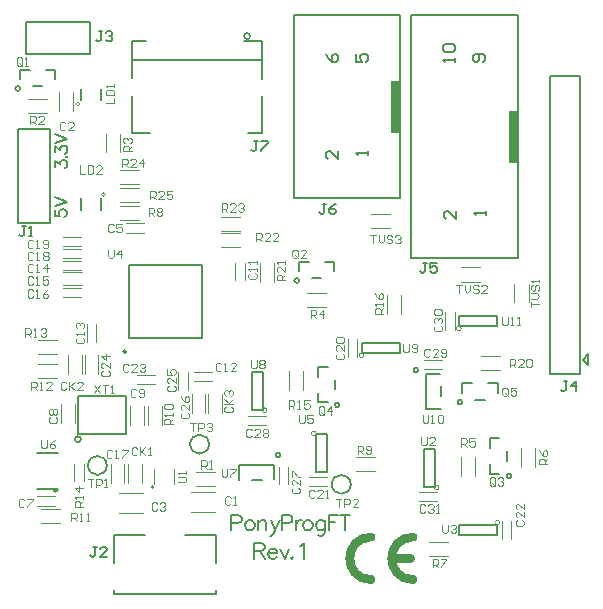
<source format=gto>
G04*
G04 #@! TF.GenerationSoftware,Altium Limited,Altium Designer,24.1.2 (44)*
G04*
G04 Layer_Color=65535*
%FSLAX44Y44*%
%MOMM*%
G71*
G04*
G04 #@! TF.SameCoordinates,635B94A0-59F8-49C6-AB40-AA6DFF865303*
G04*
G04*
G04 #@! TF.FilePolarity,Positive*
G04*
G01*
G75*
%ADD10C,0.1500*%
%ADD11C,0.1000*%
%ADD12C,0.2000*%
%ADD13C,0.7620*%
%ADD14C,0.1524*%
%ADD15R,0.8000X4.5000*%
D10*
X289500Y94000D02*
G03*
X289500Y94000I-8000J0D01*
G01*
X169500Y128000D02*
G03*
X169500Y128000I-8000J0D01*
G01*
X83000Y110000D02*
G03*
X83000Y110000I-8000J0D01*
G01*
X425430Y101120D02*
G03*
X425430Y101120I-2000J0D01*
G01*
X279880Y161420D02*
G03*
X279880Y161420I-2000J0D01*
G01*
X229870Y118980D02*
G03*
X229870Y118980I-2000J0D01*
G01*
X383780Y163610D02*
G03*
X383780Y163610I-2000J0D01*
G01*
X346570Y190720D02*
G03*
X346570Y190720I-2000J0D01*
G01*
X9450Y429150D02*
G03*
X9450Y429150I-2000J0D01*
G01*
X245670Y266590D02*
G03*
X245670Y266590I-2000J0D01*
G01*
X37610Y89830D02*
G03*
X41610Y89830I2000J0D01*
G01*
X99520Y206330D02*
G03*
X99520Y206330I-1500J0D01*
G01*
X60960Y132200D02*
G03*
X60960Y132200I-2500J0D01*
G01*
X407430Y103120D02*
X415430D01*
X407430D02*
Y111370D01*
Y133120D02*
X415430D01*
X407430Y124870D02*
Y133120D01*
X421430Y114120D02*
Y122120D01*
X458550Y187100D02*
X483554D01*
X483700Y187246D01*
Y262646D01*
X458550Y187100D02*
Y439950D01*
X483700D01*
Y262646D02*
Y439950D01*
X486000Y199500D02*
X490500Y195000D01*
Y204000D01*
X486000Y199500D02*
X490500Y204000D01*
X261880Y163420D02*
X269880D01*
X261880D02*
Y171670D01*
Y193420D02*
X269880D01*
X261880Y185170D02*
Y193420D01*
X275880Y174420D02*
Y182420D01*
X89000Y1500D02*
Y4500D01*
X175700Y1500D02*
Y4400D01*
X175400Y27500D02*
Y51100D01*
X88700Y27500D02*
Y51300D01*
X149000Y51100D02*
X175400D01*
X88700Y51300D02*
X115100D01*
X89000Y1500D02*
X175700D01*
X383780Y171610D02*
Y179610D01*
X392030D01*
X413780Y171610D02*
Y179610D01*
X405530D02*
X413780D01*
X394780Y165610D02*
X402780D01*
X381510Y236910D02*
X413510D01*
X381510Y227910D02*
X413510D01*
Y236910D01*
X381510Y227910D02*
Y236910D01*
X298960Y214050D02*
X330960D01*
X298960Y205050D02*
X330960D01*
Y214050D01*
X298960Y205050D02*
Y214050D01*
X205960Y157340D02*
Y189340D01*
X214960Y157340D02*
Y189340D01*
X205960D02*
X214960D01*
X205960Y157340D02*
X214960D01*
X381050Y50740D02*
X413050D01*
X381050Y59740D02*
X413050D01*
X381050Y50740D02*
Y59740D01*
X413050Y50740D02*
Y59740D01*
X351510Y91960D02*
Y123960D01*
X360510Y91960D02*
Y123960D01*
X351510D02*
X360510D01*
X351510Y91960D02*
X360510D01*
X9450Y437150D02*
Y445150D01*
X17700D01*
X39450Y437150D02*
Y445150D01*
X31200D02*
X39450D01*
X20450Y431150D02*
X28450D01*
X245670Y274590D02*
Y282590D01*
X253920D01*
X275670Y274590D02*
Y282590D01*
X267420D02*
X275670D01*
X256670Y268590D02*
X264670D01*
X163520Y217580D02*
Y279580D01*
X101520Y217580D02*
Y279580D01*
X163520D01*
X101520Y217580D02*
X163520D01*
X58960Y168500D02*
X99060D01*
Y136500D02*
Y168500D01*
X58960Y136500D02*
X99060D01*
X58960D02*
Y168500D01*
X268980Y104650D02*
Y136650D01*
X259980Y104650D02*
Y136650D01*
Y104650D02*
X268980D01*
X259980Y136650D02*
X268980D01*
X104250Y453125D02*
X214000D01*
X61000Y419000D02*
Y429000D01*
X78000Y419000D02*
Y429000D01*
Y326500D02*
Y336500D01*
X61000Y326500D02*
Y336500D01*
X208000Y43997D02*
Y31000D01*
Y43997D02*
X213570D01*
X215427Y43378D01*
X216046Y42759D01*
X216665Y41522D01*
Y40284D01*
X216046Y39046D01*
X215427Y38427D01*
X213570Y37808D01*
X208000D01*
X212332D02*
X216665Y31000D01*
X219574Y35951D02*
X227001D01*
Y37189D01*
X226382Y38427D01*
X225763Y39046D01*
X224525Y39665D01*
X222668D01*
X221430Y39046D01*
X220193Y37808D01*
X219574Y35951D01*
Y34713D01*
X220193Y32857D01*
X221430Y31619D01*
X222668Y31000D01*
X224525D01*
X225763Y31619D01*
X227001Y32857D01*
X229786Y39665D02*
X233499Y31000D01*
X237213Y39665D02*
X233499Y31000D01*
X239936Y32238D02*
X239317Y31619D01*
X239936Y31000D01*
X240555Y31619D01*
X239936Y32238D01*
X246500Y41522D02*
X247738Y42140D01*
X249595Y43997D01*
Y31000D01*
X188500Y61189D02*
X194070D01*
X195927Y61808D01*
X196546Y62427D01*
X197165Y63665D01*
Y65521D01*
X196546Y66759D01*
X195927Y67378D01*
X194070Y67997D01*
X188500D01*
Y55000D01*
X203168Y63665D02*
X201931Y63046D01*
X200693Y61808D01*
X200074Y59951D01*
Y58713D01*
X200693Y56857D01*
X201931Y55619D01*
X203168Y55000D01*
X205025D01*
X206263Y55619D01*
X207501Y56857D01*
X208120Y58713D01*
Y59951D01*
X207501Y61808D01*
X206263Y63046D01*
X205025Y63665D01*
X203168D01*
X210967D02*
Y55000D01*
Y61189D02*
X212823Y63046D01*
X214061Y63665D01*
X215918D01*
X217156Y63046D01*
X217775Y61189D01*
Y55000D01*
X221798Y63665D02*
X225511Y55000D01*
X229225Y63665D02*
X225511Y55000D01*
X224273Y52524D01*
X223035Y51287D01*
X221798Y50668D01*
X221179D01*
X231391Y61189D02*
X236961D01*
X238818Y61808D01*
X239437Y62427D01*
X240056Y63665D01*
Y65521D01*
X239437Y66759D01*
X238818Y67378D01*
X236961Y67997D01*
X231391D01*
Y55000D01*
X242964Y63665D02*
Y55000D01*
Y59951D02*
X243583Y61808D01*
X244821Y63046D01*
X246059Y63665D01*
X247916D01*
X252186D02*
X250949Y63046D01*
X249711Y61808D01*
X249092Y59951D01*
Y58713D01*
X249711Y56857D01*
X250949Y55619D01*
X252186Y55000D01*
X254043D01*
X255281Y55619D01*
X256519Y56857D01*
X257138Y58713D01*
Y59951D01*
X256519Y61808D01*
X255281Y63046D01*
X254043Y63665D01*
X252186D01*
X267412D02*
Y53762D01*
X266793Y51905D01*
X266174Y51287D01*
X264936Y50668D01*
X263079D01*
X261841Y51287D01*
X267412Y61808D02*
X266174Y63046D01*
X264936Y63665D01*
X263079D01*
X261841Y63046D01*
X260604Y61808D01*
X259985Y59951D01*
Y58713D01*
X260604Y56857D01*
X261841Y55619D01*
X263079Y55000D01*
X264936D01*
X266174Y55619D01*
X267412Y56857D01*
X270878Y67997D02*
Y55000D01*
Y67997D02*
X278923D01*
X270878Y61808D02*
X275829D01*
X284741Y67997D02*
Y55000D01*
X280409Y67997D02*
X289074D01*
X39002Y326213D02*
Y321452D01*
X43287Y320976D01*
X42811Y321452D01*
X42335Y322880D01*
Y324309D01*
X42811Y325737D01*
X43763Y326689D01*
X45191Y327165D01*
X46143D01*
X47572Y326689D01*
X48524Y325737D01*
X49000Y324309D01*
Y322880D01*
X48524Y321452D01*
X48048Y320976D01*
X47096Y320500D01*
X39002Y329403D02*
X49000Y333212D01*
X39002Y337020D02*
X49000Y333212D01*
X39502Y362952D02*
Y368189D01*
X43311Y365333D01*
Y366761D01*
X43787Y367713D01*
X44263Y368189D01*
X45691Y368665D01*
X46644D01*
X48072Y368189D01*
X49024Y367237D01*
X49500Y365809D01*
Y364380D01*
X49024Y362952D01*
X48548Y362476D01*
X47596Y362000D01*
X48548Y371379D02*
X49024Y370903D01*
X49500Y371379D01*
X49024Y371855D01*
X48548Y371379D01*
X39502Y374997D02*
Y380234D01*
X43311Y377378D01*
Y378806D01*
X43787Y379758D01*
X44263Y380234D01*
X45691Y380710D01*
X46644D01*
X48072Y380234D01*
X49024Y379282D01*
X49500Y377854D01*
Y376426D01*
X49024Y374997D01*
X48548Y374521D01*
X47596Y374045D01*
X39502Y382948D02*
X49500Y386757D01*
X39502Y390565D02*
X49500Y386757D01*
X268485Y331697D02*
X265653D01*
X267069D01*
Y324616D01*
X265653Y323200D01*
X264236D01*
X262820Y324616D01*
X276982Y331697D02*
X274150Y330281D01*
X271317Y327449D01*
Y324616D01*
X272733Y323200D01*
X275566D01*
X276982Y324616D01*
Y326032D01*
X275566Y327449D01*
X271317D01*
X353665Y281497D02*
X350832D01*
X352249D01*
Y274416D01*
X350832Y273000D01*
X349416D01*
X348000Y274416D01*
X362162Y281497D02*
X356497D01*
Y277249D01*
X359330Y278665D01*
X360746D01*
X362162Y277249D01*
Y274416D01*
X360746Y273000D01*
X357914D01*
X356497Y274416D01*
X472855Y181227D02*
X470022D01*
X471439D01*
Y174146D01*
X470022Y172730D01*
X468606D01*
X467190Y174146D01*
X479936Y172730D02*
Y181227D01*
X475687Y176979D01*
X481352D01*
X79165Y477497D02*
X76332D01*
X77749D01*
Y470416D01*
X76332Y469000D01*
X74916D01*
X73500Y470416D01*
X81997Y476081D02*
X83413Y477497D01*
X86246D01*
X87662Y476081D01*
Y474665D01*
X86246Y473249D01*
X84830D01*
X86246D01*
X87662Y471832D01*
Y470416D01*
X86246Y469000D01*
X83413D01*
X81997Y470416D01*
X74465Y41087D02*
X71632D01*
X73049D01*
Y34006D01*
X71632Y32590D01*
X70216D01*
X68800Y34006D01*
X82962Y32590D02*
X77297D01*
X82962Y38255D01*
Y39671D01*
X81546Y41087D01*
X78713D01*
X77297Y39671D01*
X14165Y312497D02*
X11332D01*
X12749D01*
Y305416D01*
X11332Y304000D01*
X9916D01*
X8500Y305416D01*
X16997Y304000D02*
X19830D01*
X18413D01*
Y312497D01*
X16997Y311081D01*
X210665Y384497D02*
X207832D01*
X209249D01*
Y377416D01*
X207832Y376000D01*
X206416D01*
X205000Y377416D01*
X213497Y384497D02*
X219162D01*
Y383081D01*
X213497Y377416D01*
Y376000D01*
D11*
X383010Y226160D02*
G03*
X383010Y226160I-2000J0D01*
G01*
X300460Y203300D02*
G03*
X300460Y203300I-2000J0D01*
G01*
X218710Y156840D02*
G03*
X218710Y156840I-2000J0D01*
G01*
X415550Y61490D02*
G03*
X415550Y61490I-2000J0D01*
G01*
X364260Y91460D02*
G03*
X364260Y91460I-2000J0D01*
G01*
X122760Y91780D02*
G03*
X122760Y91780I-1250J0D01*
G01*
X260230Y137150D02*
G03*
X260230Y137150I-2000J0D01*
G01*
X60250Y416000D02*
G03*
X60250Y416000I-1500J0D01*
G01*
X81750Y339500D02*
G03*
X81750Y339500I-1500J0D01*
G01*
X294830Y202050D02*
Y217050D01*
X286830Y202050D02*
Y217050D01*
X351910Y191580D02*
X366910D01*
X351910Y199580D02*
X366910D01*
X395030Y101230D02*
Y117230D01*
X383030Y101230D02*
Y117230D01*
X445830Y108850D02*
Y124850D01*
X433830Y108850D02*
Y124850D01*
X417180Y47740D02*
Y62740D01*
X425180Y47740D02*
Y62740D01*
X347240Y87830D02*
X362240D01*
X347240Y79830D02*
X362240D01*
X356000Y45000D02*
X372000D01*
X356000Y33000D02*
X372000D01*
X440000Y248000D02*
Y264000D01*
X428000Y248000D02*
Y264000D01*
X399670Y202850D02*
X415670D01*
X399670Y190850D02*
X415670D01*
X332000Y238000D02*
Y254000D01*
X320000Y238000D02*
Y254000D01*
X377380Y224910D02*
Y239910D01*
X369380Y224910D02*
Y239910D01*
X82500Y375000D02*
Y391000D01*
X94500Y375000D02*
Y391000D01*
X294000Y105000D02*
X310000D01*
X294000Y117000D02*
X310000D01*
X307000Y311000D02*
X323000D01*
X307000Y323000D02*
X323000D01*
X228730Y94100D02*
Y109100D01*
X236730Y94100D02*
Y109100D01*
X16450Y420020D02*
X32450D01*
X16450Y408020D02*
X32450D01*
X101000Y95440D02*
Y111440D01*
X113000Y95440D02*
Y111440D01*
X93190Y86540D02*
X113190D01*
X93190Y69540D02*
X113190D01*
X50200Y187580D02*
Y203580D01*
X62200Y187580D02*
Y203580D01*
X108390Y186880D02*
X123390D01*
X108390Y178880D02*
X123390D01*
X143640Y174110D02*
Y189110D01*
X151640Y174110D02*
Y189110D01*
X252670Y244190D02*
X268670D01*
X252670Y256190D02*
X268670D01*
X55280Y96560D02*
Y111560D01*
X63280Y96560D02*
Y111560D01*
X23840Y83930D02*
X38840D01*
X23840Y75930D02*
X38840D01*
X24720Y195960D02*
X40720D01*
X24720Y183960D02*
X40720D01*
X25000Y216000D02*
X41000D01*
X25000Y204000D02*
X41000D01*
X74170Y214750D02*
Y229750D01*
X66170Y214750D02*
Y229750D01*
X382920Y265640D02*
X398920D01*
X382920Y277640D02*
X398920D01*
X249480Y174230D02*
Y190230D01*
X237480Y174230D02*
Y190230D01*
X202640Y151940D02*
X217640D01*
X202640Y143940D02*
X217640D01*
X254440Y92520D02*
X269440D01*
X254440Y100520D02*
X269440D01*
X54260Y409830D02*
Y425830D01*
X42260Y409830D02*
Y425830D01*
X27150Y61230D02*
X43150D01*
X27150Y73230D02*
X43150D01*
X212760Y265050D02*
Y281050D01*
X224760Y265050D02*
Y281050D01*
X179960Y306670D02*
X195960D01*
X179960Y294670D02*
X195960D01*
X93920Y345090D02*
X109920D01*
X93920Y333090D02*
X109920D01*
X179960Y320640D02*
X195960D01*
X179960Y308640D02*
X195960D01*
X93920Y348330D02*
X109920D01*
X93920Y360330D02*
X109920D01*
X168310Y154560D02*
Y170560D01*
X180310Y154560D02*
Y170560D01*
X154840Y154560D02*
Y170560D01*
X165840Y154560D02*
Y170560D01*
X64670Y187580D02*
Y203580D01*
X75670Y187580D02*
Y203580D01*
X156650Y181420D02*
X171650D01*
X156650Y189420D02*
X171650D01*
X199900Y266820D02*
Y281820D01*
X191900Y266820D02*
Y281820D01*
X46160Y295720D02*
X61160D01*
X46160Y303720D02*
X61160D01*
X46160Y285560D02*
X61160D01*
X46160Y293560D02*
X61160D01*
X46160Y252540D02*
X61160D01*
X46160Y260540D02*
X61160D01*
X46160Y275400D02*
X61160D01*
X46160Y283400D02*
X61160D01*
X129510Y144400D02*
Y160400D01*
X117510Y144400D02*
Y160400D01*
X93920Y329850D02*
X109920D01*
X93920Y317850D02*
X109920D01*
X99500Y307150D02*
X114500D01*
X99500Y315150D02*
X114500D01*
X43850Y145670D02*
Y161670D01*
X55850Y145670D02*
Y161670D01*
X114270Y144400D02*
Y160400D01*
X102270Y144400D02*
Y160400D01*
X158690Y104360D02*
X174690D01*
X158690Y92360D02*
X174690D01*
X154150Y87810D02*
X174150D01*
X154150Y70810D02*
X174150D01*
X122710Y94330D02*
Y106730D01*
X139710Y94330D02*
Y106730D01*
X97260Y95440D02*
Y111440D01*
X86260Y95440D02*
Y111440D01*
X45660Y262470D02*
X61660D01*
X45660Y273470D02*
X61660D01*
X153500Y145998D02*
X158165D01*
X155833D01*
Y139000D01*
X160498D02*
Y145998D01*
X163997D01*
X165163Y144831D01*
Y142499D01*
X163997Y141333D01*
X160498D01*
X167495Y144831D02*
X168662Y145998D01*
X170994D01*
X172161Y144831D01*
Y143665D01*
X170994Y142499D01*
X169828D01*
X170994D01*
X172161Y141333D01*
Y140166D01*
X170994Y139000D01*
X168662D01*
X167495Y140166D01*
X67000Y98498D02*
X71665D01*
X69333D01*
Y91500D01*
X73998D02*
Y98498D01*
X77497D01*
X78663Y97331D01*
Y94999D01*
X77497Y93833D01*
X73998D01*
X80996Y91500D02*
X83328D01*
X82162D01*
Y98498D01*
X80996Y97331D01*
X277000Y81998D02*
X281665D01*
X279333D01*
Y75000D01*
X283998D02*
Y81998D01*
X287497D01*
X288663Y80831D01*
Y78499D01*
X287497Y77333D01*
X283998D01*
X295661Y75000D02*
X290996D01*
X295661Y79665D01*
Y80831D01*
X294494Y81998D01*
X292162D01*
X290996Y80831D01*
X72500Y177998D02*
X77165Y171000D01*
Y177998D02*
X72500Y171000D01*
X79498Y177998D02*
X84163D01*
X81830D01*
Y171000D01*
X86496D02*
X88828D01*
X87662D01*
Y177998D01*
X86496Y176831D01*
X417830Y235598D02*
Y229766D01*
X418996Y228600D01*
X421329D01*
X422495Y229766D01*
Y235598D01*
X424828Y228600D02*
X427160D01*
X425994D01*
Y235598D01*
X424828Y234431D01*
X430659Y228600D02*
X432992D01*
X431825D01*
Y235598D01*
X430659Y234431D01*
X350520Y153048D02*
Y147216D01*
X351686Y146050D01*
X354019D01*
X355185Y147216D01*
Y153048D01*
X357518Y146050D02*
X359850D01*
X358684D01*
Y153048D01*
X357518Y151882D01*
X363349D02*
X364515Y153048D01*
X366848D01*
X368014Y151882D01*
Y147216D01*
X366848Y146050D01*
X364515D01*
X363349Y147216D01*
Y151882D01*
X334010Y212738D02*
Y206906D01*
X335176Y205740D01*
X337509D01*
X338675Y206906D01*
Y212738D01*
X341008Y206906D02*
X342174Y205740D01*
X344507D01*
X345673Y206906D01*
Y211572D01*
X344507Y212738D01*
X342174D01*
X341008Y211572D01*
Y210405D01*
X342174Y209239D01*
X345673D01*
X205060Y199388D02*
Y193556D01*
X206226Y192390D01*
X208559D01*
X209725Y193556D01*
Y199388D01*
X212058Y198221D02*
X213224Y199388D01*
X215557D01*
X216723Y198221D01*
Y197055D01*
X215557Y195889D01*
X216723Y194723D01*
Y193556D01*
X215557Y192390D01*
X213224D01*
X212058Y193556D01*
Y194723D01*
X213224Y195889D01*
X212058Y197055D01*
Y198221D01*
X213224Y195889D02*
X215557D01*
X180340Y107328D02*
Y101496D01*
X181506Y100330D01*
X183839D01*
X185005Y101496D01*
Y107328D01*
X187338D02*
X192003D01*
Y106161D01*
X187338Y101496D01*
Y100330D01*
X27530Y131378D02*
Y125546D01*
X28696Y124380D01*
X31029D01*
X32195Y125546D01*
Y131378D01*
X39193D02*
X36860Y130211D01*
X34528Y127879D01*
Y125546D01*
X35694Y124380D01*
X38027D01*
X39193Y125546D01*
Y126713D01*
X38027Y127879D01*
X34528D01*
X245684Y152794D02*
Y146962D01*
X246850Y145796D01*
X249183D01*
X250349Y146962D01*
Y152794D01*
X257347D02*
X252682D01*
Y149295D01*
X255014Y150461D01*
X256181D01*
X257347Y149295D01*
Y146962D01*
X256181Y145796D01*
X253848D01*
X252682Y146962D01*
X84140Y292748D02*
Y286916D01*
X85306Y285750D01*
X87639D01*
X88805Y286916D01*
Y292748D01*
X94637Y285750D02*
Y292748D01*
X91138Y289249D01*
X95803D01*
X367000Y59998D02*
Y54166D01*
X368166Y53000D01*
X370499D01*
X371665Y54166D01*
Y59998D01*
X373998Y58832D02*
X375164Y59998D01*
X377497D01*
X378663Y58832D01*
Y57665D01*
X377497Y56499D01*
X376330D01*
X377497D01*
X378663Y55333D01*
Y54166D01*
X377497Y53000D01*
X375164D01*
X373998Y54166D01*
X349000Y133998D02*
Y128166D01*
X350166Y127000D01*
X352499D01*
X353665Y128166D01*
Y133998D01*
X360663Y127000D02*
X355998D01*
X360663Y131665D01*
Y132831D01*
X359497Y133998D01*
X357164D01*
X355998Y132831D01*
X143182Y95820D02*
X149014D01*
X150180Y96986D01*
Y99319D01*
X149014Y100485D01*
X143182D01*
X150180Y102818D02*
Y105150D01*
Y103984D01*
X143182D01*
X144348Y102818D01*
X119700Y335280D02*
Y342278D01*
X123199D01*
X124365Y341111D01*
Y338779D01*
X123199Y337613D01*
X119700D01*
X122033D02*
X124365Y335280D01*
X131363D02*
X126698D01*
X131363Y339945D01*
Y341111D01*
X130197Y342278D01*
X127864D01*
X126698Y341111D01*
X138361Y342278D02*
X133695D01*
Y338779D01*
X136028Y339945D01*
X137194D01*
X138361Y338779D01*
Y336446D01*
X137194Y335280D01*
X134862D01*
X133695Y336446D01*
X96000Y362500D02*
Y369498D01*
X99499D01*
X100665Y368331D01*
Y365999D01*
X99499Y364833D01*
X96000D01*
X98333D02*
X100665Y362500D01*
X107663D02*
X102998D01*
X107663Y367165D01*
Y368331D01*
X106497Y369498D01*
X104164D01*
X102998Y368331D01*
X113494Y362500D02*
Y369498D01*
X109995Y365999D01*
X114661D01*
X180340Y324800D02*
Y331798D01*
X183839D01*
X185005Y330631D01*
Y328299D01*
X183839Y327133D01*
X180340D01*
X182673D02*
X185005Y324800D01*
X192003D02*
X187338D01*
X192003Y329465D01*
Y330631D01*
X190837Y331798D01*
X188504D01*
X187338Y330631D01*
X194335D02*
X195502Y331798D01*
X197834D01*
X199001Y330631D01*
Y329465D01*
X197834Y328299D01*
X196668D01*
X197834D01*
X199001Y327133D01*
Y325966D01*
X197834Y324800D01*
X195502D01*
X194335Y325966D01*
X209550Y299720D02*
Y306718D01*
X213049D01*
X214215Y305551D01*
Y303219D01*
X213049Y302053D01*
X209550D01*
X211883D02*
X214215Y299720D01*
X221213D02*
X216548D01*
X221213Y304385D01*
Y305551D01*
X220047Y306718D01*
X217714D01*
X216548Y305551D01*
X228211Y299720D02*
X223545D01*
X228211Y304385D01*
Y305551D01*
X227044Y306718D01*
X224712D01*
X223545Y305551D01*
X234000Y266700D02*
X227002D01*
Y270199D01*
X228169Y271365D01*
X230501D01*
X231667Y270199D01*
Y266700D01*
Y269033D02*
X234000Y271365D01*
Y278363D02*
Y273698D01*
X229335Y278363D01*
X228169D01*
X227002Y277197D01*
Y274864D01*
X228169Y273698D01*
X234000Y280695D02*
Y283028D01*
Y281862D01*
X227002D01*
X228169Y280695D01*
X424180Y193040D02*
Y200038D01*
X427679D01*
X428845Y198871D01*
Y196539D01*
X427679Y195373D01*
X424180D01*
X426513D02*
X428845Y193040D01*
X435843D02*
X431178D01*
X435843Y197705D01*
Y198871D01*
X434677Y200038D01*
X432344D01*
X431178Y198871D01*
X438176D02*
X439342Y200038D01*
X441674D01*
X442841Y198871D01*
Y194206D01*
X441674Y193040D01*
X439342D01*
X438176Y194206D01*
Y198871D01*
X317110Y238380D02*
X310112D01*
Y241879D01*
X311278Y243045D01*
X313611D01*
X314777Y241879D01*
Y238380D01*
Y240713D02*
X317110Y243045D01*
Y245378D02*
Y247710D01*
Y246544D01*
X310112D01*
X311278Y245378D01*
X310112Y255874D02*
X311278Y253542D01*
X313611Y251209D01*
X315944D01*
X317110Y252376D01*
Y254708D01*
X315944Y255874D01*
X314777D01*
X313611Y254708D01*
Y251209D01*
X237130Y158100D02*
Y165098D01*
X240629D01*
X241795Y163931D01*
Y161599D01*
X240629Y160433D01*
X237130D01*
X239463D02*
X241795Y158100D01*
X244128D02*
X246460D01*
X245294D01*
Y165098D01*
X244128Y163931D01*
X254624Y165098D02*
X249959D01*
Y161599D01*
X252292Y162765D01*
X253458D01*
X254624Y161599D01*
Y159266D01*
X253458Y158100D01*
X251126D01*
X249959Y159266D01*
X62770Y74850D02*
X55772D01*
Y78349D01*
X56939Y79515D01*
X59271D01*
X60437Y78349D01*
Y74850D01*
Y77183D02*
X62770Y79515D01*
Y81848D02*
Y84180D01*
Y83014D01*
X55772D01*
X56939Y81848D01*
X62770Y91178D02*
X55772D01*
X59271Y87679D01*
Y92344D01*
X14000Y219000D02*
Y225998D01*
X17499D01*
X18665Y224832D01*
Y222499D01*
X17499Y221333D01*
X14000D01*
X16333D02*
X18665Y219000D01*
X20998D02*
X23330D01*
X22164D01*
Y225998D01*
X20998Y224832D01*
X26829D02*
X27996Y225998D01*
X30328D01*
X31494Y224832D01*
Y223665D01*
X30328Y222499D01*
X29162D01*
X30328D01*
X31494Y221333D01*
Y220166D01*
X30328Y219000D01*
X27996D01*
X26829Y220166D01*
X19000Y174000D02*
Y180998D01*
X22499D01*
X23665Y179832D01*
Y177499D01*
X22499Y176333D01*
X19000D01*
X21333D02*
X23665Y174000D01*
X25998D02*
X28330D01*
X27164D01*
Y180998D01*
X25998Y179832D01*
X36494Y174000D02*
X31829D01*
X36494Y178665D01*
Y179832D01*
X35328Y180998D01*
X32996D01*
X31829Y179832D01*
X53000Y63000D02*
Y69998D01*
X56499D01*
X57665Y68832D01*
Y66499D01*
X56499Y65333D01*
X53000D01*
X55333D02*
X57665Y63000D01*
X59998D02*
X62330D01*
X61164D01*
Y69998D01*
X59998Y68832D01*
X65829Y63000D02*
X68162D01*
X66996D01*
Y69998D01*
X65829Y68832D01*
X138750Y144780D02*
X131752D01*
Y148279D01*
X132919Y149445D01*
X135251D01*
X136417Y148279D01*
Y144780D01*
Y147113D02*
X138750Y149445D01*
Y151778D02*
Y154110D01*
Y152944D01*
X131752D01*
X132919Y151778D01*
Y157609D02*
X131752Y158776D01*
Y161108D01*
X132919Y162274D01*
X137584D01*
X138750Y161108D01*
Y158776D01*
X137584Y157609D01*
X132919D01*
X295330Y119890D02*
Y126888D01*
X298829D01*
X299995Y125722D01*
Y123389D01*
X298829Y122223D01*
X295330D01*
X297663D02*
X299995Y119890D01*
X302328Y121056D02*
X303494Y119890D01*
X305827D01*
X306993Y121056D01*
Y125722D01*
X305827Y126888D01*
X303494D01*
X302328Y125722D01*
Y124555D01*
X303494Y123389D01*
X306993D01*
X118430Y321310D02*
Y328308D01*
X121929D01*
X123095Y327141D01*
Y324809D01*
X121929Y323643D01*
X118430D01*
X120763D02*
X123095Y321310D01*
X125428Y327141D02*
X126594Y328308D01*
X128927D01*
X130093Y327141D01*
Y325975D01*
X128927Y324809D01*
X130093Y323643D01*
Y322476D01*
X128927Y321310D01*
X126594D01*
X125428Y322476D01*
Y323643D01*
X126594Y324809D01*
X125428Y325975D01*
Y327141D01*
X126594Y324809D02*
X128927D01*
X358860Y23730D02*
Y30728D01*
X362359D01*
X363525Y29562D01*
Y27229D01*
X362359Y26063D01*
X358860D01*
X361193D02*
X363525Y23730D01*
X365858Y30728D02*
X370523D01*
Y29562D01*
X365858Y24896D01*
Y23730D01*
X456000Y111000D02*
X449002D01*
Y114499D01*
X450168Y115665D01*
X452501D01*
X453667Y114499D01*
Y111000D01*
Y113333D02*
X456000Y115665D01*
X449002Y122663D02*
X450168Y120330D01*
X452501Y117998D01*
X454834D01*
X456000Y119164D01*
Y121497D01*
X454834Y122663D01*
X453667D01*
X452501Y121497D01*
Y117998D01*
X383000Y126000D02*
Y132998D01*
X386499D01*
X387665Y131832D01*
Y129499D01*
X386499Y128333D01*
X383000D01*
X385333D02*
X387665Y126000D01*
X394663Y132998D02*
X389998D01*
Y129499D01*
X392330Y130665D01*
X393497D01*
X394663Y129499D01*
Y127166D01*
X393497Y126000D01*
X391164D01*
X389998Y127166D01*
X255590Y234950D02*
Y241948D01*
X259089D01*
X260255Y240781D01*
Y238449D01*
X259089Y237283D01*
X255590D01*
X257923D02*
X260255Y234950D01*
X266087D02*
Y241948D01*
X262588Y238449D01*
X267253D01*
X104000Y376000D02*
X97002D01*
Y379499D01*
X98168Y380665D01*
X100501D01*
X101667Y379499D01*
Y376000D01*
Y378333D02*
X104000Y380665D01*
X98168Y382998D02*
X97002Y384164D01*
Y386497D01*
X98168Y387663D01*
X99335D01*
X100501Y386497D01*
Y385330D01*
Y386497D01*
X101667Y387663D01*
X102834D01*
X104000Y386497D01*
Y384164D01*
X102834Y382998D01*
X18100Y398780D02*
Y405778D01*
X21599D01*
X22765Y404612D01*
Y402279D01*
X21599Y401113D01*
X18100D01*
X20433D02*
X22765Y398780D01*
X29763D02*
X25098D01*
X29763Y403445D01*
Y404612D01*
X28597Y405778D01*
X26264D01*
X25098Y404612D01*
X162880Y107250D02*
Y114248D01*
X166379D01*
X167545Y113082D01*
Y110749D01*
X166379Y109583D01*
X162880D01*
X165213D02*
X167545Y107250D01*
X169878D02*
X172210D01*
X171044D01*
Y114248D01*
X169878Y113082D01*
X422495Y170076D02*
Y174741D01*
X421329Y175908D01*
X418996D01*
X417830Y174741D01*
Y170076D01*
X418996Y168910D01*
X421329D01*
X420163Y171243D02*
X422495Y168910D01*
X421329D02*
X422495Y170076D01*
X429493Y175908D02*
X424828D01*
Y172409D01*
X427160Y173575D01*
X428327D01*
X429493Y172409D01*
Y170076D01*
X428327Y168910D01*
X425994D01*
X424828Y170076D01*
X266875Y154186D02*
Y158851D01*
X265709Y160018D01*
X263376D01*
X262210Y158851D01*
Y154186D01*
X263376Y153020D01*
X265709D01*
X264543Y155353D02*
X266875Y153020D01*
X265709D02*
X266875Y154186D01*
X272707Y153020D02*
Y160018D01*
X269208Y156519D01*
X273873D01*
X411665Y94166D02*
Y98832D01*
X410499Y99998D01*
X408166D01*
X407000Y98832D01*
Y94166D01*
X408166Y93000D01*
X410499D01*
X409333Y95333D02*
X411665Y93000D01*
X410499D02*
X411665Y94166D01*
X413998Y98832D02*
X415164Y99998D01*
X417497D01*
X418663Y98832D01*
Y97665D01*
X417497Y96499D01*
X416330D01*
X417497D01*
X418663Y95333D01*
Y94166D01*
X417497Y93000D01*
X415164D01*
X413998Y94166D01*
X244695Y286916D02*
Y291581D01*
X243529Y292748D01*
X241196D01*
X240030Y291581D01*
Y286916D01*
X241196Y285750D01*
X243529D01*
X242363Y288083D02*
X244695Y285750D01*
X243529D02*
X244695Y286916D01*
X251693Y285750D02*
X247028D01*
X251693Y290415D01*
Y291581D01*
X250527Y292748D01*
X248194D01*
X247028Y291581D01*
X11165Y449666D02*
Y454332D01*
X9999Y455498D01*
X7666D01*
X6500Y454332D01*
Y449666D01*
X7666Y448500D01*
X9999D01*
X8833Y450833D02*
X11165Y448500D01*
X9999D02*
X11165Y449666D01*
X13498Y448500D02*
X15830D01*
X14664D01*
Y455498D01*
X13498Y454332D01*
X60000Y363998D02*
Y357000D01*
X64665D01*
X66998Y363998D02*
Y357000D01*
X70497D01*
X71663Y358166D01*
Y362831D01*
X70497Y363998D01*
X66998D01*
X78661Y357000D02*
X73995D01*
X78661Y361665D01*
Y362831D01*
X77494Y363998D01*
X75162D01*
X73995Y362831D01*
X82002Y416500D02*
X89000D01*
Y421165D01*
X82002Y423498D02*
X89000D01*
Y426997D01*
X87834Y428163D01*
X83168D01*
X82002Y426997D01*
Y423498D01*
X89000Y430495D02*
Y432828D01*
Y431662D01*
X82002D01*
X83168Y430495D01*
X183718Y159605D02*
X182552Y158439D01*
Y156106D01*
X183718Y154940D01*
X188384D01*
X189550Y156106D01*
Y158439D01*
X188384Y159605D01*
X182552Y161938D02*
X189550D01*
X187217D01*
X182552Y166603D01*
X186051Y163104D01*
X189550Y166603D01*
X183718Y168936D02*
X182552Y170102D01*
Y172434D01*
X183718Y173601D01*
X184885D01*
X186051Y172434D01*
Y171268D01*
Y172434D01*
X187217Y173601D01*
X188384D01*
X189550Y172434D01*
Y170102D01*
X188384Y168936D01*
X48665Y179832D02*
X47499Y180998D01*
X45166D01*
X44000Y179832D01*
Y175166D01*
X45166Y174000D01*
X47499D01*
X48665Y175166D01*
X50998Y180998D02*
Y174000D01*
Y176333D01*
X55663Y180998D01*
X52164Y177499D01*
X55663Y174000D01*
X62661D02*
X57996D01*
X62661Y178665D01*
Y179832D01*
X61494Y180998D01*
X59162D01*
X57996Y179832D01*
X108665Y124332D02*
X107499Y125498D01*
X105166D01*
X104000Y124332D01*
Y119666D01*
X105166Y118500D01*
X107499D01*
X108665Y119666D01*
X110998Y125498D02*
Y118500D01*
Y120833D01*
X115663Y125498D01*
X112164Y121999D01*
X115663Y118500D01*
X117996D02*
X120328D01*
X119162D01*
Y125498D01*
X117996Y124332D01*
X352665Y75831D02*
X351499Y76998D01*
X349166D01*
X348000Y75831D01*
Y71166D01*
X349166Y70000D01*
X351499D01*
X352665Y71166D01*
X354998Y75831D02*
X356164Y76998D01*
X358497D01*
X359663Y75831D01*
Y74665D01*
X358497Y73499D01*
X357330D01*
X358497D01*
X359663Y72333D01*
Y71166D01*
X358497Y70000D01*
X356164D01*
X354998Y71166D01*
X361996Y70000D02*
X364328D01*
X363162D01*
Y76998D01*
X361996Y75831D01*
X361199Y228185D02*
X360032Y227019D01*
Y224686D01*
X361199Y223520D01*
X365864D01*
X367030Y224686D01*
Y227019D01*
X365864Y228185D01*
X361199Y230518D02*
X360032Y231684D01*
Y234017D01*
X361199Y235183D01*
X362365D01*
X363531Y234017D01*
Y232850D01*
Y234017D01*
X364697Y235183D01*
X365864D01*
X367030Y234017D01*
Y231684D01*
X365864Y230518D01*
X361199Y237516D02*
X360032Y238682D01*
Y241014D01*
X361199Y242181D01*
X365864D01*
X367030Y241014D01*
Y238682D01*
X365864Y237516D01*
X361199D01*
X356455Y207761D02*
X355289Y208928D01*
X352956D01*
X351790Y207761D01*
Y203096D01*
X352956Y201930D01*
X355289D01*
X356455Y203096D01*
X363453Y201930D02*
X358788D01*
X363453Y206595D01*
Y207761D01*
X362287Y208928D01*
X359954D01*
X358788Y207761D01*
X365785Y203096D02*
X366952Y201930D01*
X369284D01*
X370451Y203096D01*
Y207761D01*
X369284Y208928D01*
X366952D01*
X365785Y207761D01*
Y206595D01*
X366952Y205429D01*
X370451D01*
X205595Y139801D02*
X204429Y140968D01*
X202096D01*
X200930Y139801D01*
Y135136D01*
X202096Y133970D01*
X204429D01*
X205595Y135136D01*
X212593Y133970D02*
X207928D01*
X212593Y138635D01*
Y139801D01*
X211427Y140968D01*
X209094D01*
X207928Y139801D01*
X214925D02*
X216092Y140968D01*
X218424D01*
X219591Y139801D01*
Y138635D01*
X218424Y137469D01*
X219591Y136303D01*
Y135136D01*
X218424Y133970D01*
X216092D01*
X214925Y135136D01*
Y136303D01*
X216092Y137469D01*
X214925Y138635D01*
Y139801D01*
X216092Y137469D02*
X218424D01*
X240548Y91025D02*
X239382Y89859D01*
Y87526D01*
X240548Y86360D01*
X245214D01*
X246380Y87526D01*
Y89859D01*
X245214Y91025D01*
X246380Y98023D02*
Y93358D01*
X241715Y98023D01*
X240548D01*
X239382Y96857D01*
Y94524D01*
X240548Y93358D01*
X239382Y100356D02*
Y105021D01*
X240548D01*
X245214Y100356D01*
X246380D01*
X146889Y154525D02*
X145722Y153359D01*
Y151026D01*
X146889Y149860D01*
X151554D01*
X152720Y151026D01*
Y153359D01*
X151554Y154525D01*
X152720Y161523D02*
Y156858D01*
X148055Y161523D01*
X146889D01*
X145722Y160357D01*
Y158024D01*
X146889Y156858D01*
X145722Y168521D02*
X146889Y166188D01*
X149221Y163855D01*
X151554D01*
X152720Y165022D01*
Y167354D01*
X151554Y168521D01*
X150387D01*
X149221Y167354D01*
Y163855D01*
X135458Y177385D02*
X134292Y176219D01*
Y173886D01*
X135458Y172720D01*
X140124D01*
X141290Y173886D01*
Y176219D01*
X140124Y177385D01*
X141290Y184383D02*
Y179718D01*
X136625Y184383D01*
X135458D01*
X134292Y183217D01*
Y180884D01*
X135458Y179718D01*
X134292Y191381D02*
Y186716D01*
X137791D01*
X136625Y189048D01*
Y190214D01*
X137791Y191381D01*
X140124D01*
X141290Y190214D01*
Y187882D01*
X140124Y186716D01*
X79578Y190085D02*
X78412Y188919D01*
Y186586D01*
X79578Y185420D01*
X84244D01*
X85410Y186586D01*
Y188919D01*
X84244Y190085D01*
X85410Y197083D02*
Y192418D01*
X80745Y197083D01*
X79578D01*
X78412Y195917D01*
Y193584D01*
X79578Y192418D01*
X85410Y202914D02*
X78412D01*
X81911Y199415D01*
Y204081D01*
X101505Y195061D02*
X100339Y196228D01*
X98006D01*
X96840Y195061D01*
Y190396D01*
X98006Y189230D01*
X100339D01*
X101505Y190396D01*
X108503Y189230D02*
X103838D01*
X108503Y193895D01*
Y195061D01*
X107337Y196228D01*
X105004D01*
X103838Y195061D01*
X110836D02*
X112002Y196228D01*
X114334D01*
X115501Y195061D01*
Y193895D01*
X114334Y192729D01*
X113168D01*
X114334D01*
X115501Y191563D01*
Y190396D01*
X114334Y189230D01*
X112002D01*
X110836Y190396D01*
X430168Y63665D02*
X429002Y62499D01*
Y60166D01*
X430168Y59000D01*
X434834D01*
X436000Y60166D01*
Y62499D01*
X434834Y63665D01*
X436000Y70663D02*
Y65998D01*
X431335Y70663D01*
X430168D01*
X429002Y69497D01*
Y67164D01*
X430168Y65998D01*
X436000Y77661D02*
Y72996D01*
X431335Y77661D01*
X430168D01*
X429002Y76494D01*
Y74162D01*
X430168Y72996D01*
X258985Y88382D02*
X257819Y89548D01*
X255486D01*
X254320Y88382D01*
Y83716D01*
X255486Y82550D01*
X257819D01*
X258985Y83716D01*
X265983Y82550D02*
X261318D01*
X265983Y87215D01*
Y88382D01*
X264817Y89548D01*
X262484D01*
X261318Y88382D01*
X268316Y82550D02*
X270648D01*
X269482D01*
Y89548D01*
X268316Y88382D01*
X278169Y204665D02*
X277002Y203499D01*
Y201166D01*
X278169Y200000D01*
X282834D01*
X284000Y201166D01*
Y203499D01*
X282834Y204665D01*
X284000Y211663D02*
Y206998D01*
X279335Y211663D01*
X278169D01*
X277002Y210497D01*
Y208164D01*
X278169Y206998D01*
Y213995D02*
X277002Y215162D01*
Y217494D01*
X278169Y218661D01*
X282834D01*
X284000Y217494D01*
Y215162D01*
X282834Y213995D01*
X278169D01*
X20665Y299832D02*
X19499Y300998D01*
X17166D01*
X16000Y299832D01*
Y295166D01*
X17166Y294000D01*
X19499D01*
X20665Y295166D01*
X22998Y294000D02*
X25330D01*
X24164D01*
Y300998D01*
X22998Y299832D01*
X28829Y295166D02*
X29996Y294000D01*
X32328D01*
X33494Y295166D01*
Y299832D01*
X32328Y300998D01*
X29996D01*
X28829Y299832D01*
Y298665D01*
X29996Y297499D01*
X33494D01*
X20765Y289851D02*
X19599Y291018D01*
X17266D01*
X16100Y289851D01*
Y285186D01*
X17266Y284020D01*
X19599D01*
X20765Y285186D01*
X23098Y284020D02*
X25430D01*
X24264D01*
Y291018D01*
X23098Y289851D01*
X28929D02*
X30096Y291018D01*
X32428D01*
X33594Y289851D01*
Y288685D01*
X32428Y287519D01*
X33594Y286353D01*
Y285186D01*
X32428Y284020D01*
X30096D01*
X28929Y285186D01*
Y286353D01*
X30096Y287519D01*
X28929Y288685D01*
Y289851D01*
X30096Y287519D02*
X32428D01*
X87665Y121832D02*
X86499Y122998D01*
X84166D01*
X83000Y121832D01*
Y117166D01*
X84166Y116000D01*
X86499D01*
X87665Y117166D01*
X89998Y116000D02*
X92330D01*
X91164D01*
Y122998D01*
X89998Y121832D01*
X95829Y122998D02*
X100494D01*
Y121832D01*
X95829Y117166D01*
Y116000D01*
X20665Y257831D02*
X19499Y258998D01*
X17166D01*
X16000Y257831D01*
Y253166D01*
X17166Y252000D01*
X19499D01*
X20665Y253166D01*
X22998Y252000D02*
X25330D01*
X24164D01*
Y258998D01*
X22998Y257831D01*
X33494Y258998D02*
X31162Y257831D01*
X28829Y255499D01*
Y253166D01*
X29996Y252000D01*
X32328D01*
X33494Y253166D01*
Y254333D01*
X32328Y255499D01*
X28829D01*
X20665Y268832D02*
X19499Y269998D01*
X17166D01*
X16000Y268832D01*
Y264166D01*
X17166Y263000D01*
X19499D01*
X20665Y264166D01*
X22998Y263000D02*
X25330D01*
X24164D01*
Y269998D01*
X22998Y268832D01*
X33494Y269998D02*
X28829D01*
Y266499D01*
X31162Y267665D01*
X32328D01*
X33494Y266499D01*
Y264166D01*
X32328Y263000D01*
X29996D01*
X28829Y264166D01*
X20765Y279692D02*
X19599Y280858D01*
X17266D01*
X16100Y279692D01*
Y275026D01*
X17266Y273860D01*
X19599D01*
X20765Y275026D01*
X23098Y273860D02*
X25430D01*
X24264D01*
Y280858D01*
X23098Y279692D01*
X32428Y273860D02*
Y280858D01*
X28929Y277359D01*
X33594D01*
X57989Y218025D02*
X56822Y216859D01*
Y214526D01*
X57989Y213360D01*
X62654D01*
X63820Y214526D01*
Y216859D01*
X62654Y218025D01*
X63820Y220358D02*
Y222690D01*
Y221524D01*
X56822D01*
X57989Y220358D01*
Y226189D02*
X56822Y227355D01*
Y229688D01*
X57989Y230854D01*
X59155D01*
X60321Y229688D01*
Y228522D01*
Y229688D01*
X61487Y230854D01*
X62654D01*
X63820Y229688D01*
Y227355D01*
X62654Y226189D01*
X179665Y195832D02*
X178499Y196998D01*
X176166D01*
X175000Y195832D01*
Y191166D01*
X176166Y190000D01*
X178499D01*
X179665Y191166D01*
X181998Y190000D02*
X184330D01*
X183164D01*
Y196998D01*
X181998Y195832D01*
X192494Y190000D02*
X187829D01*
X192494Y194665D01*
Y195832D01*
X191328Y196998D01*
X188995D01*
X187829Y195832D01*
X204039Y272635D02*
X202872Y271469D01*
Y269136D01*
X204039Y267970D01*
X208704D01*
X209870Y269136D01*
Y271469D01*
X208704Y272635D01*
X209870Y274968D02*
Y277300D01*
Y276134D01*
X202872D01*
X204039Y274968D01*
X209870Y280799D02*
Y283132D01*
Y281966D01*
X202872D01*
X204039Y280799D01*
X379000Y262998D02*
X383665D01*
X381333D01*
Y256000D01*
X385998Y262998D02*
Y258333D01*
X388330Y256000D01*
X390663Y258333D01*
Y262998D01*
X397661Y261831D02*
X396494Y262998D01*
X394162D01*
X392995Y261831D01*
Y260665D01*
X394162Y259499D01*
X396494D01*
X397661Y258333D01*
Y257166D01*
X396494Y256000D01*
X394162D01*
X392995Y257166D01*
X404658Y256000D02*
X399993D01*
X404658Y260665D01*
Y261831D01*
X403492Y262998D01*
X401160D01*
X399993Y261831D01*
X107855Y173472D02*
X106689Y174638D01*
X104356D01*
X103190Y173472D01*
Y168806D01*
X104356Y167640D01*
X106689D01*
X107855Y168806D01*
X110188D02*
X111354Y167640D01*
X113687D01*
X114853Y168806D01*
Y173472D01*
X113687Y174638D01*
X111354D01*
X110188Y173472D01*
Y172305D01*
X111354Y171139D01*
X114853D01*
X35129Y150715D02*
X33962Y149549D01*
Y147216D01*
X35129Y146050D01*
X39794D01*
X40960Y147216D01*
Y149549D01*
X39794Y150715D01*
X35129Y153048D02*
X33962Y154214D01*
Y156547D01*
X35129Y157713D01*
X36295D01*
X37461Y156547D01*
X38627Y157713D01*
X39794D01*
X40960Y156547D01*
Y154214D01*
X39794Y153048D01*
X38627D01*
X37461Y154214D01*
X36295Y153048D01*
X35129D01*
X37461Y154214D02*
Y156547D01*
X13145Y80681D02*
X11979Y81848D01*
X9646D01*
X8480Y80681D01*
Y76016D01*
X9646Y74850D01*
X11979D01*
X13145Y76016D01*
X15478Y81848D02*
X20143D01*
Y80681D01*
X15478Y76016D01*
Y74850D01*
X306000Y304998D02*
X310665D01*
X308333D01*
Y298000D01*
X312998Y304998D02*
Y300333D01*
X315330Y298000D01*
X317663Y300333D01*
Y304998D01*
X324661Y303831D02*
X323494Y304998D01*
X321162D01*
X319995Y303831D01*
Y302665D01*
X321162Y301499D01*
X323494D01*
X324661Y300333D01*
Y299166D01*
X323494Y298000D01*
X321162D01*
X319995Y299166D01*
X326993Y303831D02*
X328159Y304998D01*
X330492D01*
X331658Y303831D01*
Y302665D01*
X330492Y301499D01*
X329326D01*
X330492D01*
X331658Y300333D01*
Y299166D01*
X330492Y298000D01*
X328159D01*
X326993Y299166D01*
X88805Y313172D02*
X87639Y314338D01*
X85306D01*
X84140Y313172D01*
Y308506D01*
X85306Y307340D01*
X87639D01*
X88805Y308506D01*
X95803Y314338D02*
X91138D01*
Y310839D01*
X93470Y312005D01*
X94637D01*
X95803Y310839D01*
Y308506D01*
X94637Y307340D01*
X92304D01*
X91138Y308506D01*
X442272Y244070D02*
Y248735D01*
Y246403D01*
X449270D01*
X442272Y251068D02*
X446937D01*
X449270Y253400D01*
X446937Y255733D01*
X442272D01*
X443438Y262731D02*
X442272Y261564D01*
Y259232D01*
X443438Y258065D01*
X444605D01*
X445771Y259232D01*
Y261564D01*
X446937Y262731D01*
X448104D01*
X449270Y261564D01*
Y259232D01*
X448104Y258065D01*
X449270Y265063D02*
Y267396D01*
Y266230D01*
X442272D01*
X443438Y265063D01*
X125635Y77522D02*
X124469Y78688D01*
X122136D01*
X120970Y77522D01*
Y72856D01*
X122136Y71690D01*
X124469D01*
X125635Y72856D01*
X127968Y77522D02*
X129134Y78688D01*
X131467D01*
X132633Y77522D01*
Y76355D01*
X131467Y75189D01*
X130300D01*
X131467D01*
X132633Y74023D01*
Y72856D01*
X131467Y71690D01*
X129134D01*
X127968Y72856D01*
X47845Y399532D02*
X46679Y400698D01*
X44346D01*
X43180Y399532D01*
Y394866D01*
X44346Y393700D01*
X46679D01*
X47845Y394866D01*
X54843Y393700D02*
X50178D01*
X54843Y398365D01*
Y399532D01*
X53677Y400698D01*
X51344D01*
X50178Y399532D01*
X187865Y82601D02*
X186699Y83768D01*
X184366D01*
X183200Y82601D01*
Y77936D01*
X184366Y76770D01*
X186699D01*
X187865Y77936D01*
X190198Y76770D02*
X192530D01*
X191364D01*
Y83768D01*
X190198Y82601D01*
D12*
X204250Y473500D02*
G03*
X204250Y473500I-2500J0D01*
G01*
X34450Y315400D02*
Y394600D01*
X7550Y315400D02*
X34450D01*
X7550D02*
Y394600D01*
X34450D01*
X14600Y458550D02*
Y485450D01*
Y458550D02*
X68400D01*
Y485450D01*
X14600D02*
X68400D01*
X340700Y491000D02*
X430700D01*
X340700Y285400D02*
Y491000D01*
X430700Y285400D02*
Y491000D01*
X340700Y285400D02*
X430700D01*
X241300Y336200D02*
X331300D01*
Y491000D01*
X241300Y336200D02*
Y491000D01*
X331300D01*
X194870Y110580D02*
X224870D01*
X194870Y97880D02*
Y110580D01*
X224870Y98180D02*
Y110580D01*
X205670Y97980D02*
X214170D01*
X352970Y157720D02*
Y187720D01*
Y157720D02*
X365670D01*
X352970Y187720D02*
X365370D01*
X365570Y168520D02*
Y177020D01*
X23860Y89830D02*
X41360D01*
X23860Y120830D02*
X41360D01*
X104000Y391500D02*
Y422500D01*
Y437750D02*
Y469000D01*
X214000Y391250D02*
Y422750D01*
Y437250D02*
Y469000D01*
X104000Y391500D02*
X119500D01*
X104000Y469000D02*
X115750D01*
X199500D02*
X214000D01*
X202250Y391250D02*
X214000D01*
D13*
X306632Y49321D02*
G03*
X306632Y13400I0J-17960D01*
G01*
X342192Y49321D02*
G03*
X342192Y13400I0J-17960D01*
G01*
X324412Y31541D02*
X339652D01*
D14*
X403700Y321800D02*
Y325186D01*
Y323493D01*
X393543D01*
X395236Y321800D01*
X378300Y325571D02*
Y318800D01*
X371529Y325571D01*
X369836D01*
X368143Y323878D01*
Y320493D01*
X369836Y318800D01*
X377700Y451600D02*
Y454986D01*
Y453293D01*
X367543D01*
X369236Y451600D01*
Y460064D02*
X367543Y461757D01*
Y465142D01*
X369236Y466835D01*
X376007D01*
X377700Y465142D01*
Y461757D01*
X376007Y460064D01*
X369236D01*
X401407Y451600D02*
X403100Y453293D01*
Y456678D01*
X401407Y458371D01*
X394636D01*
X392943Y456678D01*
Y453293D01*
X394636Y451600D01*
X396329D01*
X398022Y453293D01*
Y458371D01*
X293543D02*
Y451600D01*
X298622D01*
X296929Y454986D01*
Y456678D01*
X298622Y458371D01*
X302007D01*
X303700Y456678D01*
Y453293D01*
X302007Y451600D01*
X278900Y376371D02*
Y369600D01*
X272129Y376371D01*
X270436D01*
X268743Y374678D01*
Y371293D01*
X270436Y369600D01*
X268143Y458371D02*
X269836Y454986D01*
X273222Y451600D01*
X276607D01*
X278300Y453293D01*
Y456678D01*
X276607Y458371D01*
X274914D01*
X273222Y456678D01*
Y451600D01*
X304300Y372600D02*
Y375986D01*
Y374293D01*
X294143D01*
X295836Y372600D01*
D15*
X426700Y388200D02*
D03*
X327300Y413600D02*
D03*
M02*

</source>
